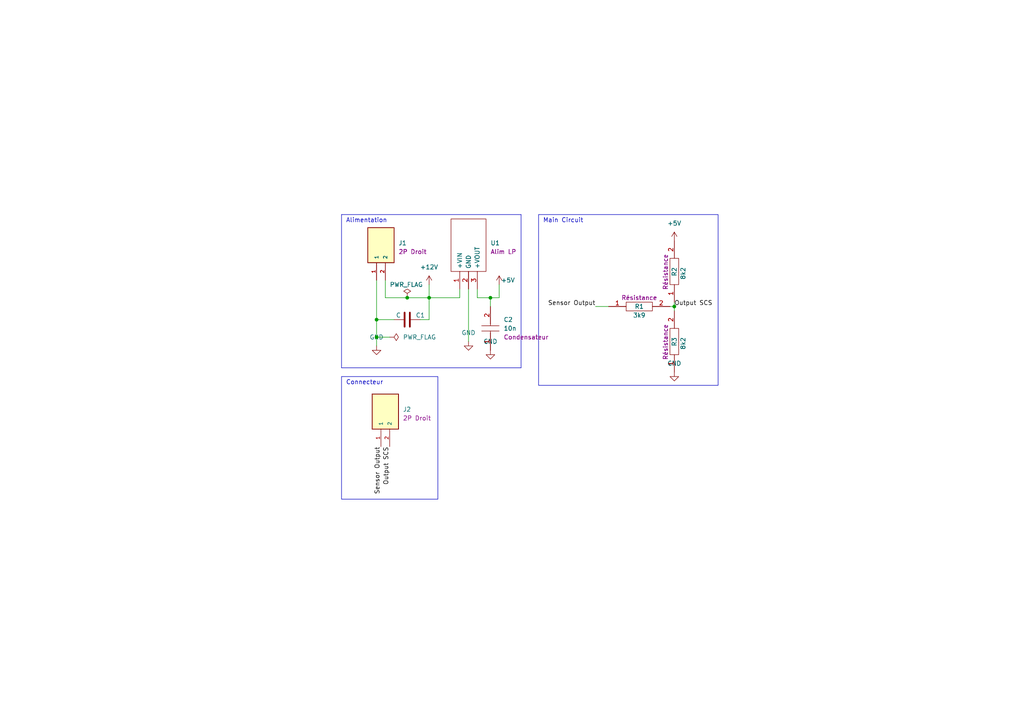
<source format=kicad_sch>
(kicad_sch (version 20231120) (generator "eeschema") (generator_version "8.0")
  (paper "A4")
  (lib_symbols
    (symbol "Device:C" (pin_numbers hide) (pin_names (offset 0.254))
      (property "Reference" "C" (at 0.635 2.54 0))
      (property "Value" "C" (at 0.635 -2.54 0))
      (symbol "C_0_1"
        (polyline (pts (xy -2.032 -0.762) (xy 2.032 -0.762)) (stroke (width 0.508)))
        (polyline (pts (xy -2.032 0.762) (xy 2.032 0.762)) (stroke (width 0.508)))
      )
      (symbol "C_1_1"
        (pin passive line (at 0 3.81 270) (length 2.794) (name "~") (number "1"))
        (pin passive line (at 0 -3.81 90) (length 2.794) (name "~") (number "2"))
      )
    )
    (symbol "EPSA_lib:2P Droit 2-11-2022" (pin_names (offset 1.016))
      (property "Reference" "J" (at 6.35 5.08 0))
      (property "Render Name" "2P Droit" (at 0 3.81 0))
      (symbol "2P Droit 2-11-2022_0_0"
        (rectangle (start -5.08 -5.08) (end 5.08 2.54) (stroke (width 0.254)) (fill (type background)))
        (pin passive line (at -10.16 0 0) (length 5.08) (name "1") (number "1"))
        (pin passive line (at -10.16 -2.54 0) (length 5.08) (name "2") (number "2"))
      )
    )
    (symbol "EPSA_lib:Alim LP TSR_0.5-2450" (pin_names (offset 0.762))
      (property "Reference" "U" (at 20.32 11.43 0))
      (property "Render Name" "Alim LP" (at 11.43 8.89 0))
      (symbol "Alim LP TSR_0.5-2450_0_0"
        (pin passive line (at -1.27 5.08 0) (length 5.08) (name "+VIN") (number "1"))
        (pin passive line (at -1.27 2.54 0) (length 5.08) (name "GND") (number "2"))
        (pin passive line (at -1.27 0 0) (length 5.08) (name "+VOUT") (number "3"))
      )
      (symbol "Alim LP TSR_0.5-2450_0_1"
        (polyline (pts (xy 3.81 7.62) (xy 19.05 7.62) (xy 19.05 -2.54) (xy 3.81 -2.54) (xy 3.81 7.62)) (stroke (width 0.1524)))
      )
    )
    (symbol "EPSA_lib:Condensateur 0805Y1000104JXT" (pin_names (offset 0.762))
      (property "Reference" "C" (at 1.5 -1.8 0))
      (property "Value" "10u" (at 11.43 -2.54 0))
      (property "Render Name" "Condensateur" (at 6.35 3.81 0))
      (symbol "Condensateur 0805Y1000104JXT_0_0"
        (pin passive line (at 0 0 0) (length 5.08) (name "~") (number "1"))
        (pin passive line (at 12.7 0 180) (length 5.08) (name "~") (number "2"))
      )
      (symbol "Condensateur 0805Y1000104JXT_0_1"
        (polyline (pts (xy 5.08 0) (xy 5.588 0)) (stroke (width 0.1524)))
        (polyline (pts (xy 5.588 2.54) (xy 5.588 -2.54)) (stroke (width 0.1524)))
        (polyline (pts (xy 7.112 0) (xy 7.62 0)) (stroke (width 0.1524)))
        (polyline (pts (xy 7.112 2.54) (xy 7.112 -2.54)) (stroke (width 0.1524)))
      )
    )
    (symbol "EPSA_lib:Résistance RK73H2BLTDD2152F" (pin_names (offset 0.762))
      (property "Reference" "R" (at 25.4 5.08 0))
      (property "Value" "10" (at 25.4 2.54 0))
      (property "Render Name" "Résistance" (at 8.89 2.54 0))
      (symbol "Résistance RK73H2BLTDD2152F_0_0"
        (pin passive line (at 0 0 0) (length 5.08) (name "~") (number "1"))
        (pin passive line (at 17.78 0 180) (length 5.08) (name "~") (number "2"))
      )
      (symbol "Résistance RK73H2BLTDD2152F_0_1"
        (polyline (pts (xy 5.08 1.27) (xy 12.7 1.27) (xy 12.7 -1.27) (xy 5.08 -1.27) (xy 5.08 1.27)) (stroke (width 0.1524)))
      )
    )
    (symbol "power:+12V" (power) (pin_names (offset 0))
      (property "Value" "+12V" (at 0 3.556 0))
      (symbol "+12V_0_1"
        (polyline (pts (xy -0.762 1.27) (xy 0 2.54)))
        (polyline (pts (xy 0 0) (xy 0 2.54)))
        (polyline (pts (xy 0 2.54) (xy 0.762 1.27)))
      )
      (symbol "+12V_1_1"
        (pin power_in line (at 0 0 90) (length 0) hide (name "+12V") (number "1"))
      )
    )
    (symbol "power:+5V" (power) (pin_names (offset 0))
      (property "Value" "+5V" (at 0 3.556 0))
      (symbol "+5V_0_1"
        (polyline (pts (xy -0.762 1.27) (xy 0 2.54)))
        (polyline (pts (xy 0 0) (xy 0 2.54)))
        (polyline (pts (xy 0 2.54) (xy 0.762 1.27)))
      )
      (symbol "+5V_1_1"
        (pin power_in line (at 0 0 90) (length 0) hide (name "+5V") (number "1"))
      )
    )
    (symbol "power:GND" (power) (pin_names (offset 0))
      (property "Value" "GND" (at 0 -3.81 0))
      (symbol "GND_0_1"
        (polyline (pts (xy 0 0) (xy 0 -1.27) (xy 1.27 -1.27) (xy 0 -2.54) (xy -1.27 -1.27) (xy 0 -1.27)))
      )
      (symbol "GND_1_1"
        (pin power_in line (at 0 0 270) (length 0) hide (name "GND") (number "1"))
      )
    )
    (symbol "power:PWR_FLAG" (power) (pin_numbers hide) (pin_names (offset 0) hide)
      (property "Value" "PWR_FLAG" (at 0 3.81 0))
      (symbol "PWR_FLAG_0_0"
        (pin power_out line (at 0 0 90) (length 0) (name "pwr") (number "1"))
      )
      (symbol "PWR_FLAG_0_1"
        (polyline (pts (xy 0 0) (xy 0 1.27) (xy -1.016 1.905) (xy 0 2.54) (xy 1.016 1.905) (xy 0 1.27)))
      )
    )
  )
  (junction (at 195.58 88.9))
  (junction (at 124.46 86.36))
  (junction (at 109.22 97.79))
  (junction (at 118.11 86.36))
  (junction (at 109.22 92.71))
  (junction (at 142.24 86.36))
  (wire (pts (xy 133.35 86.36) (xy 124.46 86.36)))
  (wire (pts (xy 121.92 92.71) (xy 124.46 92.71)))
  (wire (pts (xy 194.31 88.9) (xy 195.58 88.9)))
  (wire (pts (xy 124.46 82.55) (xy 124.46 86.36)))
  (wire (pts (xy 111.76 81.28) (xy 111.76 86.36)))
  (polyline (pts (xy 151.13 62.23) (xy 99.06 62.23)))
  (wire (pts (xy 111.76 86.36) (xy 118.11 86.36)))
  (wire (pts (xy 109.22 92.71) (xy 114.3 92.71)))
  (polyline (pts (xy 151.13 106.68) (xy 151.13 62.23)))
  (wire (pts (xy 124.46 92.71) (xy 124.46 86.36)))
  (wire (pts (xy 142.24 86.36) (xy 144.78 86.36)))
  (wire (pts (xy 118.11 86.36) (xy 124.46 86.36)))
  (wire (pts (xy 144.78 86.36) (xy 144.78 82.55)))
  (wire (pts (xy 133.35 83.82) (xy 133.35 86.36)))
  (wire (pts (xy 138.43 86.36) (xy 142.24 86.36)))
  (wire (pts (xy 172.72 88.9) (xy 176.53 88.9)))
  (polyline (pts (xy 99.06 62.23) (xy 99.06 106.68)))
  (wire (pts (xy 109.22 100.33) (xy 109.22 97.79)))
  (wire (pts (xy 135.89 83.82) (xy 135.89 99.06)))
  (wire (pts (xy 113.03 97.79) (xy 109.22 97.79)))
  (wire (pts (xy 195.58 87.63) (xy 195.58 88.9)))
  (wire (pts (xy 142.24 88.9) (xy 142.24 86.36)))
  (wire (pts (xy 138.43 83.82) (xy 138.43 86.36)))
  (wire (pts (xy 109.22 81.28) (xy 109.22 92.71)))
  (wire (pts (xy 195.58 88.9) (xy 195.58 90.17)))
  (polyline (pts (xy 99.06 106.68) (xy 151.13 106.68)))
  (wire (pts (xy 109.22 92.71) (xy 109.22 97.79)))
  (rectangle (start 99.06 109.22) (end 127 144.78))
  (rectangle (start 156.21 62.23) (end 208.28 111.76))
  (text "Alimentation\n" (at 100.33 64.77 0) (effects (font (size 1.27 1.27)) (justify left bottom)))
  (text "Main Circuit" (at 157.48 64.77 0) (effects (font (size 1.27 1.27)) (justify left bottom)))
  (text "Connecteur" (at 100.33 111.76 0) (effects (font (size 1.27 1.27)) (justify left bottom)))
  (label "Sensor Output" (at 172.72 88.9 180))
  (label "Output SCS" (at 113.03 129.54 270))
  (label "Sensor Output" (at 110.49 129.54 270))
  (label "Output SCS" (at 195.58 88.9 0))
  (symbol (lib_id "power:GND") (at 109.22 100.33 0) (unit 1)
    (property "Reference" "#GND01" (effects (hide yes)))
    (property "Value" "GND" (at 109.22 97.79 0))
  )
  (symbol (lib_id "Device:C") (at 118.11 92.71 90) (unit 1)
    (property "Reference" "C1" (at 121.92 91.44 90))
    (property "Value" "C" (at 115.57 91.44 90))
    (property "Footprint" "Capacitor_THT:CP_Radial_D5.0mm_P2.00mm" (effects (hide yes)))
  )
  (symbol (lib_id "EPSA_lib:Résistance RK73H2BLTDD2152F") (at 176.53 88.9 0) (mirror x) (unit 1)
    (property "Reference" "R1" (at 185.42 88.9 0))
    (property "Value" "3k9" (at 185.42 91.44 0))
    (property "Footprint" "EPSA_lib:RESC3216X70N" (effects (hide yes)))
    (property "Datasheet" "http://www.koaspeer.com/catimages/Products/RK73H/RK73H.pdf" (effects (hide yes)))
    (property "Description" "Thick Film Resistors - SMD" (effects (hide yes)))
    (property "Sim.Pins" "1=+ 2=-" (effects (hide yes)))
    (property "Sim.Device" "R" (effects (hide yes)))
    (property "Height" "0.7" (effects (hide yes)))
    (property "Manufacturer_Name" "KOA Speer" (effects (hide yes)))
    (property "Manufacturer_Part_Number" "RK73H2BLTDD2152F" (effects (hide yes)))
    (property "Mouser Part Number" "N/A" (effects (hide yes)))
    (property "Mouser Price/Stock" "https://www.mouser.co.uk/ProductDetail/KOA-Speer/RK73H2BLTDD2152F?qs=WeIALVmW3zmyxMFsjVzMRw%3D%3D" (effects (hide yes)))
    (property "Render Name" "Résistance" (at 185.42 86.36 0))
  )
  (symbol (lib_id "EPSA_lib:Condensateur 0805Y1000104JXT") (at 142.24 101.6 90) (unit 1)
    (property "Reference" "C2" (at 146.05 92.71 90) (effects (justify right)))
    (property "Value" "10n" (at 146.05 95.25 90) (effects (justify right)))
    (property "Footprint" "EPSA_lib:CAPC2012X130N" (effects (hide yes)))
    (property "Datasheet" "http://docs-europe.electrocomponents.com/webdocs/119d/0900766b8119d7bc.pdf" (effects (hide yes)))
    (property "Description" "Syfer 0805 Ceramic Chip Capacitors" (effects (hide yes)))
    (property "Sim.Pins" "1=+ 2=-" (effects (hide yes)))
    (property "Sim.Device" "C" (effects (hide yes)))
    (property "Height" "1.3" (effects (hide yes)))
    (property "Manufacturer_Name" "Syfer" (effects (hide yes)))
    (property "Manufacturer_Part_Number" "0805Y1000104JXT" (effects (hide yes)))
    (property "Render Name" "Condensateur" (at 146.05 97.79 90) (effects (justify right)))
  )
  (symbol (lib_id "EPSA_lib:2P Droit 2-11-2022") (at 110.49 119.38 90) (unit 1) (exclude_from_sim yes)
    (property "Reference" "J2" (at 116.84 118.745 90) (effects (justify right)))
    (property "Value" "2P Droit 2-11-2022" (effects (hide yes)))
    (property "Footprint" "EPSA_lib:MOLEX_22-11-2022" (effects (hide yes)))
    (property "Sim.Pins" "1=1 2=2" (effects (hide yes)))
    (property "Sim.Device" "SPICE" (effects (hide yes)))
    (property "Sim.Params" "type=\"J\" model=\"22-11-2022\" lib=\"\"" (effects (hide yes)))
    (property "MAXIMUM_PACKAGE_HEIGHT" "10.66mm" (effects (hide yes)))
    (property "PARTREV" "BD8" (effects (hide yes)))
    (property "STANDARD" "Manufacturer Recommendations" (effects (hide yes)))
    (property "MANUFACTURER" "Molex" (effects (hide yes)))
    (property "Render Name" "2P Droit" (at 116.84 121.285 90) (effects (justify right)))
  )
  (symbol (lib_id "EPSA_lib:Résistance RK73H2BLTDD2152F") (at 195.58 107.95 270) (mirror x) (unit 1)
    (property "Reference" "R3" (at 195.58 97.79 0) (effects (justify right)))
    (property "Value" "8k2" (at 198.12 97.79 0) (effects (justify right)))
    (property "Footprint" "EPSA_lib:RESC3216X70N" (effects (hide yes)))
    (property "Datasheet" "http://www.koaspeer.com/catimages/Products/RK73H/RK73H.pdf" (effects (hide yes)))
    (property "Description" "Thick Film Resistors - SMD" (effects (hide yes)))
    (property "Sim.Pins" "1=+ 2=-" (effects (hide yes)))
    (property "Sim.Device" "R" (effects (hide yes)))
    (property "Height" "0.7" (effects (hide yes)))
    (property "Manufacturer_Name" "KOA Speer" (effects (hide yes)))
    (property "Manufacturer_Part_Number" "RK73H2BLTDD2152F" (effects (hide yes)))
    (property "Mouser Part Number" "N/A" (effects (hide yes)))
    (property "Mouser Price/Stock" "https://www.mouser.co.uk/ProductDetail/KOA-Speer/RK73H2BLTDD2152F?qs=WeIALVmW3zmyxMFsjVzMRw%3D%3D" (effects (hide yes)))
    (property "Render Name" "Résistance" (at 193.04 93.98 0) (effects (justify right)))
  )
  (symbol (lib_id "EPSA_lib:Alim LP TSR_0.5-2450") (at 138.43 82.55 90) (unit 1) (exclude_from_sim yes)
    (property "Reference" "U1" (at 142.24 70.485 90) (effects (justify right)))
    (property "Value" "Alim LP TSR_0.5-2450" (effects (hide yes)))
    (property "Footprint" "EPSA_lib:TSR-0.5-2433" (effects (hide yes)))
    (property "Datasheet" "https://tracopower.com/tsr0-5-datasheet/" (effects (hide yes)))
    (property "Description" "0.5 Amp POL switching regulator, 4.75 to -32 VDC input, pos.-pos. circuit, LM78 compatible, SIP-3" (effects (hide yes)))
    (property "Sim.Pins" "1=1 2=2 3=3" (effects (hide yes)))
    (property "Sim.Device" "SPICE" (effects (hide yes)))
    (property "Sim.Params" "type=\"R\" model=\"Alim LP TSR_0.5-2450\" lib=\"\"" (effects (hide yes)))
    (property "Manufacturer_Name" "Traco Power" (effects (hide yes)))
    (property "Manufacturer_Part_Number" "TSR 0.5-2450" (effects (hide yes)))
    (property "Mouser Part Number" "495-TSR0.5-2450" (effects (hide yes)))
    (property "Mouser Price/Stock" "https://www.mouser.co.uk/ProductDetail/TRACO-Power/TSR-0.5-2450?qs=ckJk83FOD0XpEgQBSwF%2FIw%3D%3D" (effects (hide yes)))
    (property "Arrow Part Number" "TSR 0.5-2450" (effects (hide yes)))
    (property "Arrow Price/Stock" "https://www.arrow.com/en/products/tsr0.5-2450/traco-electronic-ag?region=europe" (effects (hide yes)))
    (property "Render Name" "Alim LP" (at 142.24 73.025 90) (effects (justify right)))
  )
  (symbol (lib_id "power:+5V") (at 144.78 82.55 0) (unit 1)
    (property "Reference" "#PWR02" (effects (hide yes)))
    (property "Value" "+5V" (at 147.32 81.28 0))
  )
  (symbol (lib_id "power:GND") (at 142.24 101.6 0) (unit 1)
    (property "Reference" "#GND03" (effects (hide yes)))
    (property "Value" "GND" (at 142.24 99.06 0))
  )
  (symbol (lib_id "power:+12V") (at 124.46 82.55 0) (unit 1)
    (property "Reference" "#PWR01" (effects (hide yes)))
    (property "Value" "+12V" (at 124.46 77.47 0))
  )
  (symbol (lib_id "power:GND") (at 195.58 107.95 0) (mirror y) (unit 1)
    (property "Reference" "#GND04" (effects (hide yes)))
    (property "Value" "GND" (at 195.58 105.41 0))
  )
  (symbol (lib_id "power:PWR_FLAG") (at 118.11 86.36 0) (unit 1)
    (property "Reference" "#FLG02" (effects (hide yes)))
    (property "Value" "PWR_FLAG" (at 113.03 82.55 0) (effects (justify left)))
  )
  (symbol (lib_id "power:+5V") (at 195.58 69.85 0) (mirror y) (unit 1)
    (property "Reference" "#PWR03" (effects (hide yes)))
    (property "Value" "+5V" (at 195.58 64.77 0))
  )
  (symbol (lib_id "EPSA_lib:2P Droit 2-11-2022") (at 109.22 71.12 90) (unit 1) (exclude_from_sim yes)
    (property "Reference" "J1" (at 115.57 70.485 90) (effects (justify right)))
    (property "Value" "2P Droit 2-11-2022" (effects (hide yes)))
    (property "Footprint" "EPSA_lib:MOLEX_22-11-2022" (effects (hide yes)))
    (property "Sim.Pins" "1=1 2=2" (effects (hide yes)))
    (property "Sim.Device" "SPICE" (effects (hide yes)))
    (property "Sim.Params" "type=\"J\" model=\"22-11-2022\" lib=\"\"" (effects (hide yes)))
    (property "MAXIMUM_PACKAGE_HEIGHT" "10.66mm" (effects (hide yes)))
    (property "PARTREV" "BD8" (effects (hide yes)))
    (property "STANDARD" "Manufacturer Recommendations" (effects (hide yes)))
    (property "MANUFACTURER" "Molex" (effects (hide yes)))
    (property "Render Name" "2P Droit" (at 115.57 73.025 90) (effects (justify right)))
  )
  (symbol (lib_id "power:GND") (at 135.89 99.06 0) (unit 1)
    (property "Reference" "#GND02" (effects (hide yes)))
    (property "Value" "GND" (at 135.89 96.52 0))
  )
  (symbol (lib_id "power:PWR_FLAG") (at 113.03 97.79 270) (unit 1)
    (property "Reference" "#FLG01" (effects (hide yes)))
    (property "Value" "PWR_FLAG" (at 116.84 97.7899 90) (effects (justify left)))
  )
  (symbol (lib_id "EPSA_lib:Résistance RK73H2BLTDD2152F") (at 195.58 87.63 270) (mirror x) (unit 1)
    (property "Reference" "R2" (at 195.58 77.47 0) (effects (justify right)))
    (property "Value" "8k2" (at 198.12 77.47 0) (effects (justify right)))
    (property "Footprint" "EPSA_lib:RESC3216X70N" (effects (hide yes)))
    (property "Datasheet" "http://www.koaspeer.com/catimages/Products/RK73H/RK73H.pdf" (effects (hide yes)))
    (property "Description" "Thick Film Resistors - SMD" (effects (hide yes)))
    (property "Sim.Pins" "1=+ 2=-" (effects (hide yes)))
    (property "Sim.Device" "R" (effects (hide yes)))
    (property "Height" "0.7" (effects (hide yes)))
    (property "Manufacturer_Name" "KOA Speer" (effects (hide yes)))
    (property "Manufacturer_Part_Number" "RK73H2BLTDD2152F" (effects (hide yes)))
    (property "Mouser Part Number" "N/A" (effects (hide yes)))
    (property "Mouser Price/Stock" "https://www.mouser.co.uk/ProductDetail/KOA-Speer/RK73H2BLTDD2152F?qs=WeIALVmW3zmyxMFsjVzMRw%3D%3D" (effects (hide yes)))
    (property "Render Name" "Résistance" (at 193.04 73.66 0) (effects (justify right)))
  )
)
</source>
